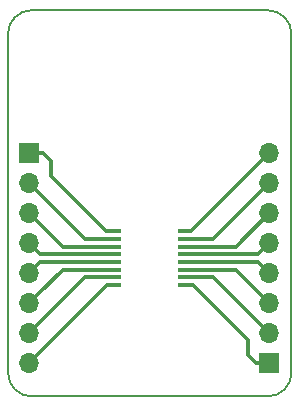
<source format=gbr>
G04 #@! TF.GenerationSoftware,KiCad,Pcbnew,5.1.4-e60b266~84~ubuntu19.04.1*
G04 #@! TF.CreationDate,2019-08-10T10:54:18+03:00*
G04 #@! TF.ProjectId,BRK-SSOP-16-4.4x5.2-P0.65,42524b2d-5353-44f5-902d-31362d342e34,v1.1*
G04 #@! TF.SameCoordinates,Original*
G04 #@! TF.FileFunction,Copper,L1,Top*
G04 #@! TF.FilePolarity,Positive*
%FSLAX46Y46*%
G04 Gerber Fmt 4.6, Leading zero omitted, Abs format (unit mm)*
G04 Created by KiCad (PCBNEW 5.1.4-e60b266~84~ubuntu19.04.1) date 2019-08-10 10:54:18*
%MOMM*%
%LPD*%
G04 APERTURE LIST*
%ADD10C,0.150000*%
%ADD11O,1.700000X1.700000*%
%ADD12R,1.700000X1.700000*%
%ADD13R,1.000000X0.400000*%
%ADD14C,0.300000*%
G04 APERTURE END LIST*
D10*
X53000000Y-80700000D02*
G75*
G02X51000000Y-78700000I0J2000000D01*
G01*
X75000000Y-78700000D02*
G75*
G02X73000000Y-80700000I-2000000J0D01*
G01*
X73000000Y-48000000D02*
G75*
G02X75000000Y-50000000I0J-2000000D01*
G01*
X51000000Y-50000000D02*
G75*
G02X53000000Y-48000000I2000000J0D01*
G01*
X73000000Y-80700000D02*
X53000000Y-80700000D01*
X75000000Y-50000000D02*
X75000000Y-78700000D01*
X53000000Y-48000000D02*
X73000000Y-48000000D01*
X51000000Y-78700000D02*
X51000000Y-50000000D01*
D11*
X73120000Y-60100000D03*
X73120000Y-62640000D03*
X73120000Y-65180000D03*
X73120000Y-67720000D03*
X73120000Y-70260000D03*
X73120000Y-72800000D03*
X73120000Y-75340000D03*
D12*
X73120000Y-77880000D03*
D11*
X52800000Y-77880000D03*
X52800000Y-75340000D03*
X52800000Y-72800000D03*
X52800000Y-70260000D03*
X52800000Y-67720000D03*
X52800000Y-65180000D03*
X52800000Y-62640000D03*
D12*
X52800000Y-60100000D03*
D13*
X65860000Y-66715000D03*
X65860000Y-67365000D03*
X65860000Y-68015000D03*
X65860000Y-68665000D03*
X65860000Y-69315000D03*
X65860000Y-69965000D03*
X65860000Y-70615000D03*
X65860000Y-71265000D03*
X60060000Y-71265000D03*
X60060000Y-70615000D03*
X60060000Y-69965000D03*
X60060000Y-69315000D03*
X60060000Y-68665000D03*
X60060000Y-68015000D03*
X60060000Y-67365000D03*
X60060000Y-66715000D03*
D14*
X59260000Y-66715000D02*
X54600000Y-62055000D01*
X60060000Y-66715000D02*
X59260000Y-66715000D01*
X53950000Y-60100000D02*
X52800000Y-60100000D01*
X54600000Y-60750000D02*
X53950000Y-60100000D01*
X54600000Y-62055000D02*
X54600000Y-60750000D01*
X52840000Y-62600000D02*
X52800000Y-62640000D01*
X57525000Y-67365000D02*
X52800000Y-62640000D01*
X60060000Y-67365000D02*
X57525000Y-67365000D01*
X55635000Y-68015000D02*
X52800000Y-65180000D01*
X60060000Y-68015000D02*
X55635000Y-68015000D01*
X66660000Y-71265000D02*
X71300000Y-75905000D01*
X65860000Y-71265000D02*
X66660000Y-71265000D01*
X71300000Y-77210000D02*
X71970000Y-77880000D01*
X71970000Y-77880000D02*
X73120000Y-77880000D01*
X71300000Y-75905000D02*
X71300000Y-77210000D01*
X68395000Y-70615000D02*
X73120000Y-75340000D01*
X65860000Y-70615000D02*
X68395000Y-70615000D01*
X70285000Y-69965000D02*
X73120000Y-72800000D01*
X65860000Y-69965000D02*
X70285000Y-69965000D01*
X53745000Y-68665000D02*
X52800000Y-67720000D01*
X60060000Y-68665000D02*
X53745000Y-68665000D01*
X72175000Y-69315000D02*
X73120000Y-70260000D01*
X65860000Y-69315000D02*
X72175000Y-69315000D01*
X53745000Y-69315000D02*
X52800000Y-70260000D01*
X60060000Y-69315000D02*
X53745000Y-69315000D01*
X53649999Y-71950001D02*
X52800000Y-72800000D01*
X55635000Y-69965000D02*
X53649999Y-71950001D01*
X60060000Y-69965000D02*
X55635000Y-69965000D01*
X57525000Y-70615000D02*
X52800000Y-75340000D01*
X60060000Y-70615000D02*
X57525000Y-70615000D01*
X59415000Y-71265000D02*
X60060000Y-71265000D01*
X52800000Y-77880000D02*
X59415000Y-71265000D01*
X72175000Y-68665000D02*
X73120000Y-67720000D01*
X65860000Y-68665000D02*
X72175000Y-68665000D01*
X70285000Y-68015000D02*
X73120000Y-65180000D01*
X65860000Y-68015000D02*
X70285000Y-68015000D01*
X68395000Y-67365000D02*
X73120000Y-62640000D01*
X65860000Y-67365000D02*
X68395000Y-67365000D01*
X66505000Y-66715000D02*
X65860000Y-66715000D01*
X73120000Y-60100000D02*
X66505000Y-66715000D01*
M02*

</source>
